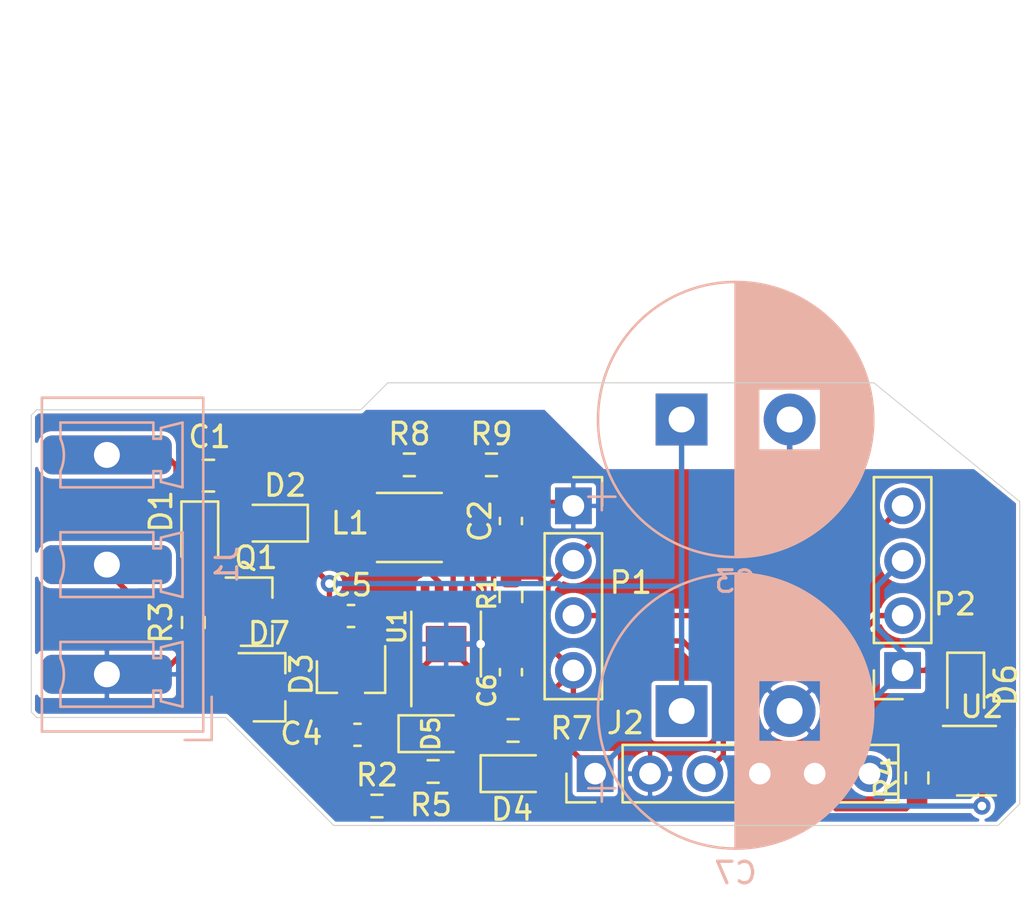
<source format=kicad_pcb>
(kicad_pcb (version 20211014) (generator pcbnew)
  (layers (0 "F.Cu" signal) (31 "B.Cu" signal) (34 "B.Paste" user) (35 "F.Paste" user) (36 "B.SilkS" user "B.Silkscreen") (37 "F.SilkS" user "F.Silkscreen") (38 "B.Mask" user) (39 "F.Mask" user) (44 "Edge.Cuts" user))
  (net 0 "")
  (net 1 "/A")
  (net 2 "Net-(C1-Pad1)")
  (net 3 "/RX")
  (net 4 "GND")
  (net 5 "+2V5")
  (net 6 "/I2")
  (net 7 "/TX")
  (net 8 "/RST")
  (net 9 "/CTS")
  (net 10 "VCC")
  (net 11 "Net-(D4-Pad1)")
  (net 12 "Net-(D4-Pad2)")
  (net 13 "Net-(L1-Pad1)")
  (net 14 "Net-(R8-Pad2)")
  (net 15 "Net-(D6-Pad2)")
  (net 16 "Net-(D7-Pad2)")
  (footprint "Connector_PinSocket_2.54mm:PinSocket_1x04_P2.54mm_Vertical" (layer "F.Cu") (at 165.09 124.2)
    (fp_text reference "P1" (at 2.66 3.55) (layer "F.SilkS"))
    (fp_text value "CONN_01X04")
    (pad "1" thru_hole rect locked (at 0 0) (size 1.7 1.7) (drill 1) (layers *.Cu *.Mask) (net 4 "GND"))
    (pad "2" thru_hole oval locked (at 0 2.54) (size 1.7 1.7) (drill 1) (layers *.Cu *.Mask) (net 3 "/RX"))
    (pad "3" thru_hole oval locked (at 0 5.08) (size 1.7 1.7) (drill 1) (layers *.Cu *.Mask) (net 7 "/TX"))
    (pad "4" thru_hole oval locked (at 0 7.62) (size 1.7 1.7) (drill 1) (layers *.Cu *.Mask) (net 5 "+2V5"))
  )
  (footprint "Connector_PinSocket_2.54mm:PinSocket_1x04_P2.54mm_Vertical" (layer "F.Cu") (at 180.33 131.82 180)
    (fp_text reference "P2" (at -2.42 3.07) (layer "F.SilkS"))
    (fp_text value "CONN_01X04")
    (pad "1" thru_hole rect locked (at 0 0 180) (size 1.7 1.7) (drill 1) (layers *.Cu *.Mask) (net 5 "+2V5"))
    (pad "2" thru_hole oval locked (at 0 2.54 180) (size 1.7 1.7) (drill 1) (layers *.Cu *.Mask) (net 9 "/CTS"))
    (pad "3" thru_hole oval locked (at 0 5.08 180) (size 1.7 1.7) (drill 1) (layers *.Cu *.Mask) (net 5 "+2V5"))
    (pad "4" thru_hole oval locked (at 0 7.62 180) (size 1.7 1.7) (drill 1) (layers *.Cu *.Mask) (net 8 "/RST"))
  )
  (footprint "Capacitor_SMD:C_0805_2012Metric_Pad1.18x1.45mm_HandSolder" (layer "F.Cu") (at 148.2 122.8 180)
    (fp_text reference "C1" (at -0.05 1.8) (layer "F.SilkS"))
    (fp_text value "1uF")
    (pad "1" smd roundrect locked (at -1.0375 0 180) (size 1.175 1.45) (layers "F.Cu" "F.Paste" "F.Mask") (roundrect_rratio 0.2127659574) (net 2 "Net-(C1-Pad1)"))
    (pad "2" smd roundrect locked (at 1.0375 0 180) (size 1.175 1.45) (layers "F.Cu" "F.Paste" "F.Mask") (roundrect_rratio 0.2127659574) (net 1 "/A"))
  )
  (footprint "Capacitor_SMD:C_0603_1608Metric_Pad1.08x0.95mm_HandSolder" (layer "F.Cu") (at 162.2 124.9 90)
    (fp_text reference "C2" (at 0 -1.43 90) (layer "F.SilkS"))
    (fp_text value "330pF")
    (pad "1" smd roundrect locked (at -0.8625 0 90) (size 1.075 0.95) (layers "F.Cu" "F.Paste" "F.Mask") (net 3 "/RX"))
    (pad "2" smd roundrect locked (at 0.8625 0 90) (size 1.075 0.95) (layers "F.Cu" "F.Paste" "F.Mask") (net 4 "GND"))
  )
  (footprint "Capacitor_SMD:C_0603_1608Metric_Pad1.08x0.95mm_HandSolder" (layer "F.Cu") (at 155.1 134.8 180)
    (fp_text reference "C4" (at 2.6 0.05) (layer "F.SilkS"))
    (fp_text value "100nF")
    (pad "1" smd roundrect locked (at -0.8625 0 180) (size 1.075 0.95) (layers "F.Cu" "F.Paste" "F.Mask") (net 10 "VCC"))
    (pad "2" smd roundrect locked (at 0.8625 0 180) (size 1.075 0.95) (layers "F.Cu" "F.Paste" "F.Mask") (net 4 "GND"))
  )
  (footprint "Capacitor_SMD:C_0603_1608Metric_Pad1.08x0.95mm_HandSolder" (layer "F.Cu") (at 154.8 129.3)
    (fp_text reference "C5" (at 0 -1.43) (layer "F.SilkS"))
    (fp_text value "22uF")
    (pad "1" smd roundrect locked (at -0.8625 0) (size 1.075 0.95) (layers "F.Cu" "F.Paste" "F.Mask") (net 10 "VCC"))
    (pad "2" smd roundrect locked (at 0.8625 0) (size 1.075 0.95) (layers "F.Cu" "F.Paste" "F.Mask") (net 4 "GND"))
  )
  (footprint "Capacitor_SMD:C_0603_1608Metric_Pad1.08x0.95mm_HandSolder" (layer "F.Cu") (at 162.2 131.9 90)
    (fp_text reference "C6" (at -0.857116 -1.106127 90) (layer "F.SilkS") (effects (font (size 0.8 0.8))))
    (fp_text value "22uF")
    (pad "1" smd roundrect locked (at -0.8625 0 90) (size 1.075 0.95) (layers "F.Cu" "F.Paste" "F.Mask") (net 5 "+2V5"))
    (pad "2" smd roundrect locked (at 0.8625 0 90) (size 1.075 0.95) (layers "F.Cu" "F.Paste" "F.Mask") (net 4 "GND"))
  )
  (footprint "Diode_SMD:D_SOD-323" (layer "F.Cu") (at 147.8 125.5 -90)
    (fp_text reference "D1" (at -1.05 1.8 90) (layer "F.SilkS"))
    (fp_text value "SD103")
    (pad "1" smd rect locked (at -1.05 0 270) (size 0.6 0.45) (layers "F.Cu" "F.Paste" "F.Mask") (net 2 "Net-(C1-Pad1)"))
    (pad "2" smd rect locked (at 1.05 0 270) (size 0.6 0.45) (layers "F.Cu" "F.Paste" "F.Mask") (net 4 "GND"))
  )
  (footprint "Diode_SMD:D_SOD-323" (layer "F.Cu") (at 151.3 125 180)
    (fp_text reference "D2" (at -0.45 1.75) (layer "F.SilkS"))
    (fp_text value "SD103")
    (pad "1" smd rect locked (at -1.05 0 180) (size 0.6 0.45) (layers "F.Cu" "F.Paste" "F.Mask") (net 10 "VCC"))
    (pad "2" smd rect locked (at 1.05 0 180) (size 0.6 0.45) (layers "F.Cu" "F.Paste" "F.Mask") (net 2 "Net-(C1-Pad1)"))
  )
  (footprint "Diode_SMD:D_SOT-23_ANK" (layer "F.Cu") (at 154.8 132.1 -90)
    (fp_text reference "D3" (at -0.1 2.3 90) (layer "F.SilkS"))
    (fp_text value "BZX84C16")
    (pad "" smd rect locked (at -1 0.95 270) (size 0.9 0.8) (layers "F.Cu" "F.Paste" "F.Mask"))
    (pad "1" smd rect locked (at 1 0 270) (size 0.9 0.8) (layers "F.Cu" "F.Paste" "F.Mask") (net 10 "VCC"))
    (pad "2" smd rect locked (at -1 -0.95 270) (size 0.9 0.8) (layers "F.Cu" "F.Paste" "F.Mask") (net 4 "GND"))
  )
  (footprint "Diode_SMD:D_SOD-323" (layer "F.Cu") (at 162.3 136.6)
    (fp_text reference "D4" (at -0.05 1.65) (layer "F.SilkS"))
    (fp_text value "SD103")
    (pad "1" smd rect locked (at -1.05 0) (size 0.6 0.45) (layers "F.Cu" "F.Paste" "F.Mask") (net 11 "Net-(D4-Pad1)"))
    (pad "2" smd rect locked (at 1.05 0) (size 0.6 0.45) (layers "F.Cu" "F.Paste" "F.Mask") (net 12 "Net-(D4-Pad2)"))
  )
  (footprint "Inductor_SMD:L_Taiyo-Yuden_NR-30xx" (layer "F.Cu") (at 157.5 125.2)
    (fp_text reference "L1" (at -2.75 -0.2) (layer "F.SilkS"))
    (fp_text value "NR3015T-2R2M")
    (pad "1" smd rect locked (at -1.1 0) (size 0.8 2.9) (layers "F.Cu" "F.Paste" "F.Mask") (net 13 "Net-(L1-Pad1)"))
    (pad "2" smd rect locked (at 1.1 0) (size 0.8 2.9) (layers "F.Cu" "F.Paste" "F.Mask") (net 5 "+2V5"))
  )
  (footprint "Package_TO_SOT_SMD:SOT-23" (layer "F.Cu") (at 150.4 129.1)
    (fp_text reference "Q1" (at 0 -2.5) (layer "F.SilkS"))
    (fp_text value "2N7002")
    (pad "1" smd rect locked (at -1 -0.95) (size 0.9 0.8) (layers "F.Cu" "F.Paste" "F.Mask") (net 6 "/I2"))
    (pad "2" smd rect locked (at -1 0.95) (size 0.9 0.8) (layers "F.Cu" "F.Paste" "F.Mask") (net 4 "GND"))
    (pad "3" smd rect locked (at 1 0) (size 0.9 0.8) (layers "F.Cu" "F.Paste" "F.Mask") (net 3 "/RX"))
  )
  (footprint "Resistor_SMD:R_0603_1608Metric_Pad0.98x0.95mm_HandSolder" (layer "F.Cu") (at 162.2 128.4 90)
    (fp_text reference "R1" (at 0.15 -1.105084 90) (layer "F.SilkS") (effects (font (size 0.8 0.8))))
    (fp_text value "10k")
    (pad "1" smd roundrect locked (at -0.9125 0 90) (size 0.975 0.95) (layers "F.Cu" "F.Paste" "F.Mask") (net 5 "+2V5"))
    (pad "2" smd roundrect locked (at 0.9125 0 90) (size 0.975 0.95) (layers "F.Cu" "F.Paste" "F.Mask") (net 3 "/RX"))
  )
  (footprint "Resistor_SMD:R_0603_1608Metric_Pad0.98x0.95mm_HandSolder" (layer "F.Cu") (at 147.5 129.6 -90)
    (fp_text reference "R3" (at 0 1.5 90) (layer "F.SilkS"))
    (fp_text value "10k")
    (pad "1" smd roundrect locked (at -0.9125 0 270) (size 0.975 0.95) (layers "F.Cu" "F.Paste" "F.Mask") (net 6 "/I2"))
    (pad "2" smd roundrect locked (at 0.9125 0 270) (size 0.975 0.95) (layers "F.Cu" "F.Paste" "F.Mask") (net 4 "GND"))
  )
  (footprint "Resistor_SMD:R_0603_1608Metric_Pad0.98x0.95mm_HandSolder" (layer "F.Cu") (at 158.6 136.5)
    (fp_text reference "R5" (at -0.1 1.55) (layer "F.SilkS"))
    (fp_text value "5.6k")
    (pad "1" smd roundrect locked (at -0.9125 0) (size 0.975 0.95) (layers "F.Cu" "F.Paste" "F.Mask") (net 4 "GND"))
    (pad "2" smd roundrect locked (at 0.9125 0) (size 0.975 0.95) (layers "F.Cu" "F.Paste" "F.Mask") (net 11 "Net-(D4-Pad1)"))
  )
  (footprint "Resistor_SMD:R_0603_1608Metric_Pad0.98x0.95mm_HandSolder" (layer "F.Cu") (at 162.3 134.6)
    (fp_text reference "R7" (at 2.7 -0.1) (layer "F.SilkS"))
    (fp_text value "5.6k")
    (pad "1" smd roundrect locked (at -0.9125 0) (size 0.975 0.95) (layers "F.Cu" "F.Paste" "F.Mask") (net 5 "+2V5"))
    (pad "2" smd roundrect locked (at 0.9125 0) (size 0.975 0.95) (layers "F.Cu" "F.Paste" "F.Mask") (net 12 "Net-(D4-Pad2)"))
  )
  (footprint "Resistor_SMD:R_0603_1608Metric_Pad0.98x0.95mm_HandSolder" (layer "F.Cu") (at 157.5 122.3)
    (fp_text reference "R8" (at 0 -1.43) (layer "F.SilkS"))
    (fp_text value "330k")
    (pad "1" smd roundrect locked (at -0.9125 0) (size 0.975 0.95) (layers "F.Cu" "F.Paste" "F.Mask") (net 5 "+2V5"))
    (pad "2" smd roundrect locked (at 0.9125 0) (size 0.975 0.95) (layers "F.Cu" "F.Paste" "F.Mask") (net 14 "Net-(R8-Pad2)"))
  )
  (footprint "Resistor_SMD:R_0603_1608Metric_Pad0.98x0.95mm_HandSolder" (layer "F.Cu") (at 161.3 122.3)
    (fp_text reference "R9" (at 0 -1.43) (layer "F.SilkS"))
    (fp_text value "150k")
    (pad "1" smd roundrect locked (at -0.9125 0) (size 0.975 0.95) (layers "F.Cu" "F.Paste" "F.Mask") (net 14 "Net-(R8-Pad2)"))
    (pad "2" smd roundrect locked (at 0.9125 0) (size 0.975 0.95) (layers "F.Cu" "F.Paste" "F.Mask") (net 4 "GND"))
  )
  (footprint "Package_SO:MSOP-8-1EP_3x3mm_P0.65mm_EP1.68x1.88mm_ThermalVias" (layer "F.Cu") (at 159.2 130.6 90)
    (fp_text reference "U1" (at 0.802744 -2.269563 90) (layer "F.SilkS") (effects (font (size 0.8 0.8))))
    (fp_text value "TPS62160DGKT")
    (pad "1" smd roundrect locked (at -2.15 -0.975 90) (size 1.45 0.4) (layers "F.Cu" "F.Paste" "F.Mask") (net 4 "GND"))
    (pad "2" smd roundrect locked (at -2.15 -0.325 90) (size 1.45 0.4) (layers "F.Cu" "F.Paste" "F.Mask") (net 10 "VCC"))
    (pad "3" smd roundrect locked (at -2.15 0.325 90) (size 1.45 0.4) (layers "F.Cu" "F.Paste" "F.Mask") (net 11 "Net-(D4-Pad1)"))
    (pad "4" smd roundrect locked (at -2.15 0.975 90) (size 1.45 0.4) (layers "F.Cu" "F.Paste" "F.Mask") (net 4 "GND"))
    (pad "5" smd roundrect locked (at 2.15 0.975 90) (size 1.45 0.4) (layers "F.Cu" "F.Paste" "F.Mask") (net 14 "Net-(R8-Pad2)"))
    (pad "6" smd roundrect locked (at 2.15 0.325 90) (size 1.45 0.4) (layers "F.Cu" "F.Paste" "F.Mask") (net 5 "+2V5"))
    (pad "7" smd roundrect locked (at 2.15 -0.325 90) (size 1.45 0.4) (layers "F.Cu" "F.Paste" "F.Mask") (net 13 "Net-(L1-Pad1)"))
    (pad "8" smd roundrect locked (at 2.15 -0.975 90) (size 1.45 0.4) (layers "F.Cu" "F.Paste" "F.Mask"))
    (pad "9" smd rect locked (at 0 0 90) (size 1.6 1.8) (layers "B.Cu") (net 4 "GND"))
    (pad "9" smd rect locked (at 0 0 90) (size 1.68 1.88) (layers "F.Cu" "F.Mask") (net 4 "GND"))
  )
  (footprint "Connector_PinHeader_2.54mm:PinHeader_1x06_P2.54mm_Vertical" (layer "F.Cu") (at 166.1 136.6 90)
    (fp_text reference "J2" (at 2.35 1.4 180) (layer "F.SilkS"))
    (fp_text value "Conn_01x06_Male")
    (pad "1" thru_hole rect locked (at 0 0 90) (size 1.7 1.7) (drill 1) (layers *.Cu *.Mask) (net 5 "+2V5"))
    (pad "2" thru_hole oval locked (at 0 2.54 90) (size 1.7 1.7) (drill 1) (layers *.Cu *.Mask) (net 4 "GND"))
    (pad "3" thru_hole oval locked (at 0 5.08 90) (size 1.7 1.7) (drill 1) (layers *.Cu *.Mask) (net 3 "/RX"))
    (pad "4" thru_hole oval locked (at 0 7.62 90) (size 1.7 1.7) (drill 1) (layers *.Cu *.Mask) (net 7 "/TX"))
    (pad "5" thru_hole oval locked (at 0 10.16 90) (size 1.7 1.7) (drill 1) (layers *.Cu *.Mask) (net 8 "/RST"))
    (pad "6" thru_hole oval locked (at 0 12.7 90) (size 1.7 1.7) (drill 1) (layers *.Cu *.Mask) (net 9 "/CTS"))
  )
  (footprint "Diode_SMD:D_SOD-323" (layer "F.Cu") (at 158.5 134.75)
    (fp_text reference "D5" (at 0 0 90) (layer "F.SilkS") (effects (font (size 0.8 0.8))))
    (fp_text value "BZT52C13S")
    (pad "1" smd rect locked (at -1.05 0) (size 0.6 0.45) (layers "F.Cu" "F.Paste" "F.Mask") (net 10 "VCC"))
    (pad "2" smd rect locked (at 1.05 0) (size 0.6 0.45) (layers "F.Cu" "F.Paste" "F.Mask") (net 11 "Net-(D4-Pad1)"))
  )
  (footprint "Package_TO_SOT_SMD:SOT-23-5" (layer "F.Cu") (at 183.75 136)
    (fp_text reference "U2" (at 0.25 -2.5) (layer "F.SilkS"))
    (fp_text value "APX823")
    (pad "1" smd rect locked (at -1.1 -0.95) (size 1.06 0.65) (layers "F.Cu" "F.Paste" "F.Mask") (net 8 "/RST"))
    (pad "2" smd rect locked (at -1.1 0) (size 1.06 0.65) (layers "F.Cu" "F.Paste" "F.Mask") (net 4 "GND"))
    (pad "3" smd rect locked (at -1.1 0.95) (size 1.06 0.65) (layers "F.Cu" "F.Paste" "F.Mask") (net 15 "Net-(D6-Pad2)"))
    (pad "4" smd rect locked (at 1.1 0.95) (size 1.06 0.65) (layers "F.Cu" "F.Paste" "F.Mask") (net 7 "/TX"))
    (pad "5" smd rect locked (at 1.1 -0.95) (size 1.06 0.65) (layers "F.Cu" "F.Paste" "F.Mask") (net 5 "+2V5"))
  )
  (footprint "Diode_SMD:D_SOD-323" (layer "F.Cu") (at 183.25 132.5 -90)
    (fp_text reference "D6" (at 0 -1.85 90) (layer "F.SilkS"))
    (fp_text value "SD103")
    (pad "1" smd rect locked (at -1.05 0 270) (size 0.6 0.45) (layers "F.Cu" "F.Paste" "F.Mask") (net 5 "+2V5"))
    (pad "2" smd rect locked (at 1.05 0 270) (size 0.6 0.45) (layers "F.Cu" "F.Paste" "F.Mask") (net 15 "Net-(D6-Pad2)"))
  )
  (footprint "Diode_SMD:D_SOT-23_ANK" (layer "F.Cu") (at 151 132.6)
    (fp_text reference "D7" (at 0 -2.5) (layer "F.SilkS"))
    (fp_text value "BZX84C16")
    (pad "" smd rect locked (at -1 0.95) (size 0.9 0.8) (layers "F.Cu" "F.Paste" "F.Mask"))
    (pad "1" smd rect locked (at 1 0) (size 0.9 0.8) (layers "F.Cu" "F.Paste" "F.Mask") (net 10 "VCC"))
    (pad "2" smd rect locked (at -1 -0.95) (size 0.9 0.8) (layers "F.Cu" "F.Paste" "F.Mask") (net 16 "Net-(D7-Pad2)"))
  )
  (footprint "Resistor_SMD:R_0603_1608Metric_Pad0.98x0.95mm_HandSolder" (layer "F.Cu") (at 156 138.1)
    (fp_text reference "R2" (at 0 -1.43) (layer "F.SilkS"))
    (fp_text value "330k")
    (pad "1" smd roundrect locked (at -0.9125 0) (size 0.975 0.95) (layers "F.Cu" "F.Paste" "F.Mask") (net 16 "Net-(D7-Pad2)"))
    (pad "2" smd roundrect locked (at 0.9125 0) (size 0.975 0.95) (layers "F.Cu" "F.Paste" "F.Mask") (net 15 "Net-(D6-Pad2)"))
  )
  (footprint "Resistor_SMD:R_0603_1608Metric_Pad0.98x0.95mm_HandSolder" (layer "F.Cu") (at 181 136.8 90)
    (fp_text reference "R4" (at 0 -1.43 90) (layer "F.SilkS"))
    (fp_text value "330k")
    (pad "1" smd roundrect locked (at -0.9125 0 90) (size 0.975 0.95) (layers "F.Cu" "F.Paste" "F.Mask") (net 15 "Net-(D6-Pad2)"))
    (pad "2" smd roundrect locked (at 0.9125 0 90) (size 0.975 0.95) (layers "F.Cu" "F.Paste" "F.Mask") (net 4 "GND"))
  )
  (footprint "Capacitor_THT:CP_Radial_D12.5mm_P5.00mm" (layer "B.Cu") (at 170.1 120.2)
    (fp_text reference "C3" (at 2.5 7.5) (layer "B.SilkS") (effects (justify mirror)))
    (fp_text value "4700uF 16V")
    (pad "1" thru_hole rect locked (at 0 0) (size 2.4 2.4) (drill 1.2) (layers *.Cu *.Mask) (net 10 "VCC"))
    (pad "2" thru_hole circle locked (at 5 0) (size 2.4 2.4) (drill 1.2) (layers *.Cu *.Mask) (net 4 "GND"))
  )
  (footprint "Connector_Phoenix_MC_HighVoltage:PhoenixContact_MCV_1,5_3-G-5.08_1x03_P5.08mm_Vertical" (layer "B.Cu") (at 143.5 132 90)
    (fp_text reference "J1" (at 5.08 5.55 90) (layer "B.SilkS") (effects (justify mirror)))
    (fp_text value "Conn_01x03_Male")
    (pad "1" thru_hole roundrect locked (at 0 0 90) (size 1.8 6) (drill 1.2) (layers *.Cu *.Mask) (net 4 "GND"))
    (pad "2" thru_hole roundrect locked (at 5.08 0 90) (size 1.8 6) (drill 1.2) (layers *.Cu *.Mask) (net 6 "/I2"))
    (pad "3" thru_hole roundrect locked (at 10.16 0 90) (size 1.8 6) (drill 1.2) (layers *.Cu *.Mask) (net 1 "/A"))
  )
  (footprint "Capacitor_THT:CP_Radial_D12.5mm_P5.00mm" (layer "B.Cu") (at 170.1 133.7)
    (fp_text reference "C7" (at 2.5 7.5) (layer "B.SilkS") (effects (justify mirror)))
    (fp_text value "4700uF 16V")
    (pad "1" thru_hole rect locked (at 0 0) (size 2.4 2.4) (drill 1.2) (layers *.Cu *.Mask) (net 10 "VCC"))
    (pad "2" thru_hole circle locked (at 5 0) (size 2.4 2.4) (drill 1.2) (layers *.Cu *.Mask) (net 4 "GND"))
  )
  (gr_line (start 140 133.75) (end 140 120) (layer "Edge.Cuts") (width 0.05))
  (gr_line (start 140.25 119.75) (end 140 120) (layer "Edge.Cuts") (width 0.05))
  (gr_line (start 140 133.75) (end 140.25 134) (layer "Edge.Cuts") (width 0.05))
  (gr_line (start 184.75 139) (end 154 139) (layer "Edge.Cuts") (width 0.05))
  (gr_line (start 140.25 119.75) (end 155.25 119.75) (layer "Edge.Cuts") (width 0.05))
  (gr_line (start 155.25 119.75) (end 156.5 118.5) (layer "Edge.Cuts") (width 0.05))
  (gr_line (start 156.5 118.5) (end 179 118.5) (layer "Edge.Cuts") (width 0.05))
  (gr_line (start 154 139) (end 149 134) (layer "Edge.Cuts") (width 0.05))
  (gr_line (start 179 118.5) (end 185.75 124) (layer "Edge.Cuts") (width 0.05))
  (gr_line (start 149 134) (end 140.25 134) (layer "Edge.Cuts") (width 0.05))
  (gr_line (start 185.75 124) (end 185.75 138) (layer "Edge.Cuts") (width 0.05))
  (gr_line (start 185.75 138) (end 184.75 139) (layer "Edge.Cuts") (width 0.05))
  (segment (start 146.4025 122.04) (end 147.1625 122.8) (width 0.25) (layer "F.Cu") (net 1))
  (segment (start 143.4 122.04) (end 146.4025 122.04) (width 0.25) (layer "F.Cu") (net 1))
  (segment (start 147.8 124.2375) (end 149.2375 122.8) (width 0.25) (layer "F.Cu") (net 2))
  (segment (start 149.2375 122.8) (end 149.2375 123.9875) (width 0.25) (layer "F.Cu") (net 2))
  (segment (start 149.25 122.7875) (end 149.2375 122.8) (width 0.25) (layer "F.Cu") (net 2))
  (segment (start 149.2375 123.9875) (end 150.25 125) (width 0.25) (layer "F.Cu") (net 2))
  (segment (start 166.265001 123.089999) (end 166.265001 125.564999) (width 0.25) (layer "F.Cu") (net 3))
  (segment (start 164.525999 130.455001) (end 163.914999 129.844001) (width 0.25) (layer "F.Cu") (net 3))
  (segment (start 168.155001 130.455001) (end 170.155001 130.455001) (width 0.25) (layer "F.Cu") (net 3))
  (segment (start 163.487498 127.4875) (end 163.914999 127.915001) (width 0.25) (layer "F.Cu") (net 3))
  (segment (start 151.4 129.7) (end 151.4 124.9) (width 0.25) (layer "F.Cu") (net 3))
  (segment (start 163.914999 129.844001) (end 163.914999 127.915001) (width 0.25) (layer "F.Cu") (net 3))
  (segment (start 157.45002 121.04998) (end 158.95002 121.04998) (width 0.25) (layer "F.Cu") (net 3))
  (segment (start 157.04998 121.04998) (end 157.45002 121.04998) (width 0.25) (layer "F.Cu") (net 3))
  (segment (start 158.95002 121.04998) (end 164.224982 121.04998) (width 0.25) (layer "F.Cu") (net 3))
  (segment (start 172.029999 132.329999) (end 172.029999 133.470001) (width 0.25) (layer "F.Cu") (net 3))
  (segment (start 151.4 124.839998) (end 155.190018 121.04998) (width 0.25) (layer "F.Cu") (net 3))
  (segment (start 171.18 136.6) (end 172.029999 135.750001) (width 0.25) (layer "F.Cu") (net 3))
  (segment (start 166.265001 125.564999) (end 165.09 126.74) (width 0.25) (layer "F.Cu") (net 3))
  (segment (start 162.2 127.4875) (end 163.487498 127.4875) (width 0.25) (layer "F.Cu") (net 3))
  (segment (start 168.155001 130.455001) (end 164.525999 130.455001) (width 0.25) (layer "F.Cu") (net 3))
  (segment (start 156.55451 121.04998) (end 158.95002 121.04998) (width 0.25) (layer "F.Cu") (net 3))
  (segment (start 151.4 129.7) (end 151.4 124.839998) (width 0.25) (layer "F.Cu") (net 3))
  (segment (start 170.155001 130.455001) (end 172.029999 132.329999) (width 0.25) (layer "F.Cu") (net 3))
  (segment (start 164.224982 121.04998) (end 166.265001 123.089999) (width 0.25) (layer "F.Cu") (net 3))
  (segment (start 172.029999 135.750001) (end 172.029999 133.470001) (width 0.25) (layer "F.Cu") (net 3))
  (segment (start 163.914999 127.915001) (end 165.09 126.74) (width 0.25) (layer "F.Cu") (net 3))
  (segment (start 162.2 125.7625) (end 162.2 127.4875) (width 0.25) (layer "F.Cu") (net 3))
  (segment (start 155.190018 121.04998) (end 157.45002 121.04998) (width 0.25) (layer "F.Cu") (net 3))
  (segment (start 154.2375 134.8) (end 154.2375 136.65) (width 0.25) (layer "F.Cu") (net 4))
  (segment (start 159.2 130.6) (end 160.8 130.6) (width 0.25) (layer "F.Cu") (net 4))
  (segment (start 158.225 131.575) (end 159.2 130.6) (width 0.25) (layer "F.Cu") (net 4))
  (segment (start 160.175 131.575) (end 159.2 130.6) (width 0.25) (layer "F.Cu") (net 4))
  (segment (start 159.9625 131.0375) (end 159.85 131.15) (width 0.25) (layer "F.Cu") (net 4))
  (segment (start 155.75 129.3875) (end 155.6625 129.3) (width 0.25) (layer "F.Cu") (net 4))
  (segment (start 158.225 132.75) (end 158.225 131.575) (width 0.25) (layer "F.Cu") (net 4))
  (segment (start 145.8125 132.2) (end 147.5 130.5125) (width 0.25) (layer "F.Cu") (net 4))
  (segment (start 154.2375 136.65) (end 154.1875 136.7) (width 0.25) (layer "F.Cu") (net 4))
  (segment (start 162.2 124.0375) (end 164.9275 124.0375) (width 0.25) (layer "F.Cu") (net 4))
  (segment (start 181.1125 136) (end 181 135.8875) (width 0.25) (layer "F.Cu") (net 4))
  (segment (start 156.0125 136.7) (end 157.6875 136.7) (width 0.25) (layer "F.Cu") (net 4))
  (segment (start 183.505001 134.464999) (end 183.315003 134.275001) (width 0.25) (layer "F.Cu") (net 4))
  (segment (start 162.2125 124.025) (end 162.2 124.0375) (width 0.25) (layer "F.Cu") (net 4))
  (segment (start 162.2125 122.3) (end 162.2125 124.025) (width 0.25) (layer "F.Cu") (net 4))
  (segment (start 160.175 132.75) (end 160.175 131.575) (width 0.25) (layer "F.Cu") (net 4))
  (segment (start 182.65 136) (end 183.43 136) (width 0.25) (layer "F.Cu") (net 4))
  (segment (start 155.75 131.1) (end 155.75 129.3875) (width 0.25) (layer "F.Cu") (net 4))
  (segment (start 175.1 120.2) (end 175.1 123.4) (width 0.25) (layer "F.Cu") (net 4))
  (segment (start 182.4 136) (end 181.1125 136) (width 0.25) (layer "F.Cu") (net 4))
  (segment (start 143.4 132.2) (end 145.8125 132.2) (width 0.25) (layer "F.Cu") (net 4))
  (segment (start 180.575001 134.275001) (end 180.3 134) (width 0.25) (layer "F.Cu") (net 4))
  (segment (start 182.4 136) (end 183.18 136) (width 0.25) (layer "F.Cu") (net 4))
  (segment (start 183.43 136) (end 183.505001 135.924999) (width 0.25) (layer "F.Cu") (net 4))
  (segment (start 164.9275 124.0375) (end 165.09 124.2) (width 0.25) (layer "F.Cu") (net 4))
  (segment (start 147.9625 130.05) (end 147.5 130.5125) (width 0.25) (layer "F.Cu") (net 4))
  (segment (start 183.505001 135.924999) (end 183.505001 134.464999) (width 0.25) (layer "F.Cu") (net 4))
  (segment (start 158.7 131.1) (end 159.2 130.6) (width 0.25) (layer "F.Cu") (net 4))
  (segment (start 183.315003 134.275001) (end 180.575001 134.275001) (width 0.25) (layer "F.Cu") (net 4))
  (segment (start 149.4 130.05) (end 147.9625 130.05) (width 0.25) (layer "F.Cu") (net 4))
  (via (at 160.8 130.6) (size 0.8) (drill 0.4) (layers "F.Cu" "B.Cu") (net 4))
  (segment (start 175.1 120.2) (end 175.1 123.4) (width 0.25) (layer "B.Cu") (net 4))
  (segment (start 161.3875 134.6) (end 161.3875 133.575) (width 0.25) (layer "F.Cu") (net 5))
  (segment (start 184.6 132.8) (end 183.25 131.45) (width 0.25) (layer "F.Cu") (net 5))
  (segment (start 156.5875 122.3) (end 157.38751 121.49999) (width 0.25) (layer "F.Cu") (net 5))
  (segment (start 161.39999 128.51249) (end 162.2 129.3125) (width 0.25) (layer "F.Cu") (net 5))
  (segment (start 181.37 131.82) (end 180.33 131.82) (width 0.25) (layer "F.Cu") (net 5))
  (segment (start 162.2 132.7625) (end 164.1475 132.7625) (width 0.25) (layer "F.Cu") (net 5))
  (segment (start 162.2 129.3125) (end 162.5825 129.3125) (width 0.25) (layer "F.Cu") (net 5))
  (segment (start 164.1475 132.7625) (end 165.09 131.82) (width 0.25) (layer "F.Cu") (net 5))
  (segment (start 161.07048 121.49999) (end 161.39999 121.8295) (width 0.25) (layer "F.Cu") (net 5))
  (segment (start 165.09 131.82) (end 165.09 135.59) (width 0.25) (layer "F.Cu") (net 5))
  (segment (start 157.12949 122.3) (end 156.5875 122.3) (width 0.25) (layer "F.Cu") (net 5))
  (segment (start 181.74 131.45) (end 181.37 131.82) (width 0.25) (layer "F.Cu") (net 5))
  (segment (start 157.38751 121.49999) (end 161.07048 121.49999) (width 0.25) (layer "F.Cu") (net 5))
  (segment (start 184.6 135.05) (end 184.6 132.8) (width 0.25) (layer "F.Cu") (net 5))
  (segment (start 161.39999 121.8295) (end 161.39999 128.51249) (width 0.25) (layer "F.Cu") (net 5))
  (segment (start 158.6 125.2) (end 159.525 126.125) (width 0.25) (layer "F.Cu") (net 5))
  (segment (start 165.09 135.59) (end 166.1 136.6) (width 0.25) (layer "F.Cu") (net 5))
  (segment (start 161.3875 133.575) (end 162.2 132.7625) (width 0.25) (layer "F.Cu") (net 5))
  (segment (start 159.525 126.125) (end 159.525 128.45) (width 0.25) (layer "F.Cu") (net 5))
  (segment (start 158.6 125.2) (end 158.6 123.77051) (width 0.25) (layer "F.Cu") (net 5))
  (segment (start 183.25 131.45) (end 181.74 131.45) (width 0.25) (layer "F.Cu") (net 5))
  (segment (start 162.5825 129.3125) (end 165.09 131.82) (width 0.25) (layer "F.Cu") (net 5))
  (segment (start 158.6 123.77051) (end 157.12949 122.3) (width 0.25) (layer "F.Cu") (net 5))
  (segment (start 167.275001 135.424999) (end 176.725001 135.424999) (width 0.25) (layer "B.Cu") (net 5))
  (segment (start 180.33 131.019002) (end 179.154999 129.844001) (width 0.25) (layer "B.Cu") (net 5))
  (segment (start 166.1 136.6) (end 167.275001 135.424999) (width 0.25) (layer "B.Cu") (net 5))
  (segment (start 180.33 131.82) (end 180.33 131.019002) (width 0.25) (layer "B.Cu") (net 5))
  (segment (start 180.33 126.74) (end 179.154999 127.915001) (width 0.25) (layer "B.Cu") (net 5))
  (segment (start 176.725001 135.424999) (end 180.33 131.82) (width 0.25) (layer "B.Cu") (net 5))
  (segment (start 179.154999 129.844001) (end 179.154999 127.915001) (width 0.25) (layer "B.Cu") (net 5))
  (segment (start 147.5 128.6875) (end 144.9675 128.6875) (width 0.25) (layer "F.Cu") (net 6))
  (segment (start 148.8625 128.6875) (end 149.4 128.15) (width 0.25) (layer "F.Cu") (net 6))
  (segment (start 147.5 128.6875) (end 148.8625 128.6875) (width 0.25) (layer "F.Cu") (net 6))
  (segment (start 144.9675 128.6875) (end 143.4 127.12) (width 0.25) (layer "F.Cu") (net 6))
  (segment (start 184 137.55) (end 184.6 136.95) (width 0.25) (layer "F.Cu") (net 7))
  (segment (start 184 138.1) (end 184 137.55) (width 0.25) (layer "F.Cu") (net 7))
  (segment (start 172.870001 135.750001) (end 172.870001 131.170001) (width 0.25) (layer "F.Cu") (net 7))
  (segment (start 172.870001 131.170001) (end 170.98 129.28) (width 0.25) (layer "F.Cu") (net 7))
  (segment (start 170.98 129.28) (end 165.09 129.28) (width 0.25) (layer "F.Cu") (net 7))
  (segment (start 173.72 136.6) (end 172.870001 135.750001) (width 0.25) (layer "F.Cu") (net 7))
  (via (at 184 138.1) (size 0.8) (drill 0.4) (layers "F.Cu" "B.Cu") (net 7))
  (segment (start 175.22 138.1) (end 184 138.1) (width 0.25) (layer "B.Cu") (net 7))
  (segment (start 173.72 136.6) (end 175.22 138.1) (width 0.25) (layer "B.Cu") (net 7))
  (segment (start 176.26 136.6) (end 176.9 135.96) (width 0.25) (layer "F.Cu") (net 8))
  (segment (start 176.9 127.63) (end 180.33 124.2) (width 0.25) (layer "F.Cu") (net 8))
  (segment (start 176.26 136.6) (end 177.435001 137.775001) (width 0.25) (layer "F.Cu") (net 8))
  (segment (start 179.975001 135.629489) (end 180.55449 135.05) (width 0.25) (layer "F.Cu") (net 8))
  (segment (start 179.975001 137.164001) (end 179.975001 135.629489) (width 0.25) (layer "F.Cu") (net 8))
  (segment (start 176.9 135.96) (end 176.9 127.63) (width 0.25) (layer "F.Cu") (net 8))
  (segment (start 177.435001 137.775001) (end 179.364001 137.775001) (width 0.25) (layer "F.Cu") (net 8))
  (segment (start 180.55449 135.05) (end 181.4 135.05) (width 0.25) (layer "F.Cu") (net 8))
  (segment (start 181.4 135.05) (end 182.4 135.05) (width 0.25) (layer "F.Cu") (net 8))
  (segment (start 179.364001 137.775001) (end 179.975001 137.164001) (width 0.25) (layer "F.Cu") (net 8))
  (segment (start 178.5 130) (end 178.5 136.3) (width 0.25) (layer "F.Cu") (net 9))
  (segment (start 180.33 129.28) (end 179.22 129.28) (width 0.25) (layer "F.Cu") (net 9))
  (segment (start 178.5 136.3) (end 178.8 136.6) (width 0.25) (layer "F.Cu") (net 9))
  (segment (start 179.22 129.28) (end 178.5 130) (width 0.25) (layer "F.Cu") (net 9))
  (segment (start 153.9375 129.3) (end 154.575001 129.937501) (width 0.25) (layer "F.Cu") (net 10))
  (segment (start 158.75001 133.73749) (end 157.6875 134.8) (width 0.25) (layer "F.Cu") (net 10))
  (segment (start 158.875 133.225) (end 158.75001 133.34999) (width 0.25) (layer "F.Cu") (net 10))
  (segment (start 152.5 133.1) (end 152 132.6) (width 0.25) (layer "F.Cu") (net 10))
  (segment (start 152.35 125) (end 152.35 126.35) (width 0.25) (layer "F.Cu") (net 10))
  (segment (start 152.35 126.35) (end 153.8 127.8) (width 0.25) (layer "F.Cu") (net 10))
  (segment (start 154.8 133.1) (end 152.5 133.1) (width 0.25) (layer "F.Cu") (net 10))
  (segment (start 154.8 133.6375) (end 155.9625 134.8) (width 0.25) (layer "F.Cu") (net 10))
  (segment (start 153.8 127.8) (end 153.8 129.1625) (width 0.25) (layer "F.Cu") (net 10))
  (segment (start 154.575001 129.937501) (end 154.575001 132.875001) (width 0.25) (layer "F.Cu") (net 10))
  (segment (start 158.875 132.75) (end 158.875 133.225) (width 0.25) (layer "F.Cu") (net 10))
  (segment (start 153.5 127.5) (end 153.8 127.8) (width 0.25) (layer "F.Cu") (net 10))
  (segment (start 158.75001 133.34999) (end 158.75001 133.73749) (width 0.25) (layer "F.Cu") (net 10))
  (segment (start 154.8 133.1) (end 154.8 133.6375) (width 0.25) (layer "F.Cu") (net 10))
  (segment (start 153.8 129.1625) (end 153.9375 129.3) (width 0.25) (layer "F.Cu") (net 10))
  (segment (start 155.9625 134.8) (end 157.6875 134.8) (width 0.25) (layer "F.Cu") (net 10))
  (segment (start 154.575001 132.875001) (end 154.8 133.1) (width 0.25) (layer "F.Cu") (net 10))
  (via (at 153.8 127.8) (size 0.8) (drill 0.4) (layers "F.Cu" "B.Cu") (net 10))
  (segment (start 170.034999 127.915001) (end 170.1 127.85) (width 0.25) (layer "B.Cu") (net 10))
  (segment (start 164.525999 127.915001) (end 170.034999 127.915001) (width 0.25) (layer "B.Cu") (net 10))
  (segment (start 153.8 127.8) (end 164.410998 127.8) (width 0.25) (layer "B.Cu") (net 10))
  (segment (start 170.1 133.7) (end 170.1 127.85) (width 0.25) (layer "B.Cu") (net 10))
  (segment (start 170.1 120.3) (end 170 120.2) (width 0.25) (layer "B.Cu") (net 10))
  (segment (start 170.1 127.85) (end 170.1 120.3) (width 0.25) (layer "B.Cu") (net 10))
  (segment (start 164.410998 127.8) (end 164.525999 127.915001) (width 0.25) (layer "B.Cu") (net 10))
  (segment (start 161.25 136.6) (end 159.6125 136.6) (width 0.25) (layer "F.Cu") (net 11))
  (segment (start 159.525 132.75) (end 159.525 134.7875) (width 0.25) (layer "F.Cu") (net 11))
  (segment (start 159.5125 136.7) (end 159.5125 134.8) (width 0.25) (layer "F.Cu") (net 11))
  (segment (start 159.525 134.7875) (end 159.5125 134.8) (width 0.25) (layer "F.Cu") (net 11))
  (segment (start 159.6125 136.6) (end 159.5125 136.7) (width 0.25) (layer "F.Cu") (net 11))
  (segment (start 163.2125 134.6) (end 163.2125 136.4625) (width 0.25) (layer "F.Cu") (net 12))
  (segment (start 163.2125 136.4625) (end 163.35 136.6) (width 0.25) (layer "F.Cu") (net 12))
  (segment (start 156.4 126.9) (end 156.4 125.2) (width 0.25) (layer "F.Cu") (net 13))
  (segment (start 158.875 127.725) (end 158.125001 126.975001) (width 0.25) (layer "F.Cu") (net 13))
  (segment (start 158.875 128.45) (end 158.875 127.725) (width 0.25) (layer "F.Cu") (net 13))
  (segment (start 156.475001 126.975001) (end 156.4 126.9) (width 0.25) (layer "F.Cu") (net 13))
  (segment (start 158.125001 126.975001) (end 156.475001 126.975001) (width 0.25) (layer "F.Cu") (net 13))
  (segment (start 160.175 128.45) (end 160.175 122.5125) (width 0.25) (layer "F.Cu") (net 14))
  (segment (start 158.4125 122.3) (end 160.3875 122.3) (width 0.25) (layer "F.Cu") (net 14))
  (segment (start 160.175 122.5125) (end 160.3875 122.3) (width 0.25) (layer "F.Cu") (net 14))
  (segment (start 177.12359 138.1) (end 177.248601 138.225011) (width 0.25) (layer "F.Cu") (net 15))
  (segment (start 182.4 136.95) (end 183.18 136.95) (width 0.25) (layer "F.Cu") (net 15))
  (segment (start 156.9125 138.1) (end 177.12359 138.1) (width 0.25) (layer "F.Cu") (net 15))
  (segment (start 183.744999 134.019999) (end 183.4875 133.7625) (width 0.25) (layer "F.Cu") (net 15))
  (segment (start 177.248601 138.225011) (end 180.487489 138.225011) (width 0.25) (layer "F.Cu") (net 15))
  (segment (start 183.994999 134.269999) (end 183.4875 133.7625) (width 0.25) (layer "F.Cu") (net 15))
  (segment (start 183.994999 136.385001) (end 183.994999 134.269999) (width 0.25) (layer "F.Cu") (net 15))
  (segment (start 182.65 136.95) (end 183.43 136.95) (width 0.25) (layer "F.Cu") (net 15))
  (segment (start 180.487489 138.225011) (end 181 137.7125) (width 0.25) (layer "F.Cu") (net 15))
  (segment (start 183.43 136.95) (end 183.994999 136.385001) (width 0.25) (layer "F.Cu") (net 15))
  (segment (start 183.4875 133.7625) (end 183.375 133.65) (width 0.25) (layer "F.Cu") (net 15))
  (segment (start 181.7625 136.95) (end 181 137.7125) (width 0.25) (layer "F.Cu") (net 15))
  (segment (start 182.4 136.95) (end 181.7625 136.95) (width 0.25) (layer "F.Cu") (net 15))
  (segment (start 150.775001 133.923911) (end 154.95109 138.1) (width 0.25) (layer "F.Cu") (net 16))
  (segment (start 150.775001 132.425001) (end 150.775001 133.923911) (width 0.25) (layer "F.Cu") (net 16))
  (segment (start 150 131.65) (end 150.775001 132.425001) (width 0.25) (layer "F.Cu") (net 16))
  (segment (start 154.95109 138.1) (end 155.0875 138.1) (width 0.25) (layer "F.Cu") (net 16))
  (zone (net 4) (net_name "GND") (layer "F.Cu") (connect_pads (clearance 0.15)) (min_thickness 0.15) (fill yes (thermal_gap 0.2) (thermal_bridge_width 0.2))
    (polygon (pts (xy 185.75 139) (xy 154 139) (xy 152.5 137.5) (xy 140 137.5) (xy 140 119.75) (xy 163.75 119.75) (xy 166.5 122.5) (xy 185.75 122.5)))
  )
  (zone (net 4) (net_name "GND") (layer "B.Cu") (connect_pads (clearance 0.15)) (min_thickness 0.15) (fill yes (thermal_gap 0.2) (thermal_bridge_width 0.2))
    (polygon (pts (xy 185.75 139) (xy 154 139) (xy 152.5 137.5) (xy 140 137.5) (xy 140 119.75) (xy 163.75 119.75) (xy 164.5 120.5) (xy 166.5 122.5) (xy 185.75 122.5)))
  )
)
</source>
